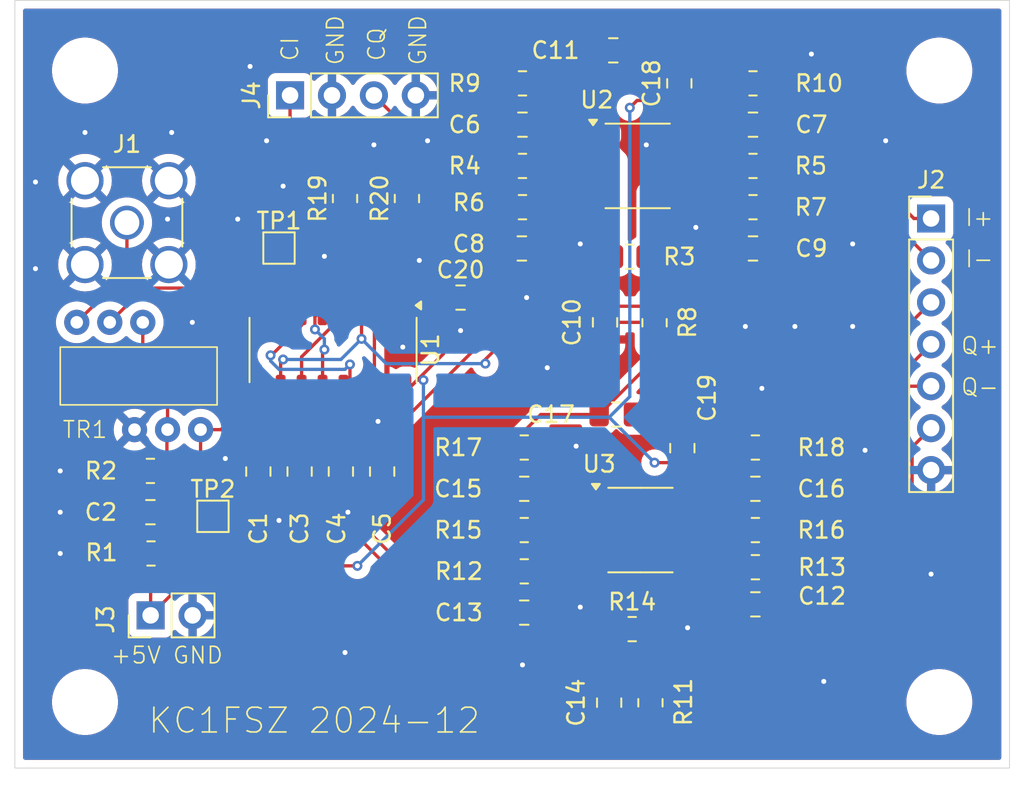
<source format=kicad_pcb>
(kicad_pcb (version 20240108) (generator "pcbnew") (generator_version "8.0")
  (layers (0 "F.Cu" signal) (31 "B.Cu" signal) (34 "B.Paste" user) (35 "F.Paste" user) (36 "B.SilkS" user "B.Silkscreen") (37 "F.SilkS" user "F.Silkscreen") (38 "B.Mask" user) (39 "F.Mask" user) (44 "Edge.Cuts" user))
  (net 0 "")
  (net 1 "Net-(U1-1B4)")
  (net 2 "GND")
  (net 3 "Net-(C2-Pad1)")
  (net 4 "Net-(U1-1B3)")
  (net 5 "Net-(U1-1B2)")
  (net 6 "Net-(U1-1B1)")
  (net 7 "Net-(U2A--)")
  (net 8 "Net-(C6-Pad2)")
  (net 9 "Net-(C7-Pad2)")
  (net 10 "Net-(U2B--)")
  (net 11 "Net-(U2A-+)")
  (net 12 "Net-(U2B-+)")
  (net 13 "Net-(C10-Pad2)")
  (net 14 "I_PLUS")
  (net 15 "I_MINUS")
  (net 16 "Net-(U3B-+)")
  (net 17 "Net-(U3A-+)")
  (net 18 "Net-(C14-Pad2)")
  (net 19 "Net-(U3A--)")
  (net 20 "Net-(C15-Pad2)")
  (net 21 "Net-(U3B--)")
  (net 22 "Net-(C16-Pad2)")
  (net 23 "Q_MINUS")
  (net 24 "Q_PLUS")
  (net 25 "+5V")
  (net 26 "Net-(J1-In)")
  (net 27 "VCOML")
  (net 28 "VCOMR")
  (net 29 "CLK_I")
  (net 30 "CLK_Q")
  (net 31 "Net-(U1-2A)")
  (net 32 "Net-(U1-1A)")
  (net 33 "Net-(J4-Pin_1)")
  (net 34 "Net-(J4-Pin_3)")
  (footprint "Resistor_SMD:R_0805_2012Metric_Pad1.20x1.40mm_HandSolder" (layer "F.Cu") (at 158.5 82.525 90)
    (property "Reference" "R8")
    (property "Value" "100k")
  )
  (footprint "MountingHole:MountingHole_3.5mm" (layer "F.Cu") (at 175.75 105.5)
    (property "Reference" "H4" (hide yes))
    (property "Value" "MountingHole")
  )
  (footprint "Package_SO:SOIC-16_3.9x9.9mm_P1.27mm" (layer "F.Cu") (at 139.025 84.175 -90)
    (property "Reference" "U1")
    (property "Value" "SN74CBT3253")
  )
  (footprint "Package_SO:SOIC-8_3.9x4.9mm_P1.27mm" (layer "F.Cu") (at 157.475 73.025)
    (property "Reference" "U2")
    (property "Value" "LM4562")
  )
  (footprint "Capacitor_SMD:C_0805_2012Metric_Pad1.18x1.45mm_HandSolder" (layer "F.Cu") (at 164.4625 78.025 180)
    (property "Reference" "C9")
    (property "Value" "0.1u")
  )
  (footprint "Resistor_SMD:R_0805_2012Metric_Pad1.20x1.40mm_HandSolder" (layer "F.Cu") (at 157 78.525)
    (property "Reference" "R3")
    (property "Value" "100")
  )
  (footprint "Resistor_SMD:R_0805_2012Metric_Pad1.20x1.40mm_HandSolder" (layer "F.Cu") (at 150.5 75.525 180)
    (property "Reference" "R6")
    (property "Value" "470k")
  )
  (footprint "MountingHole:MountingHole_3.5mm" (layer "F.Cu") (at 175.75 67.25)
    (property "Reference" "H3" (hide yes))
    (property "Value" "MountingHole")
  )
  (footprint "Capacitor_SMD:C_0805_2012Metric_Pad1.18x1.45mm_HandSolder" (layer "F.Cu") (at 156.182628 88.082628 180)
    (property "Reference" "C17")
    (property "Value" "10n")
  )
  (footprint "Capacitor_SMD:C_0805_2012Metric_Pad1.18x1.45mm_HandSolder" (layer "F.Cu") (at 142 91.5375 -90)
    (property "Reference" "C5")
    (property "Value" "33nF")
  )
  (footprint "Connector_PinHeader_2.54mm:PinHeader_1x07_P2.54mm_Vertical" (layer "F.Cu") (at 175.25 76.21)
    (property "Reference" "J2")
    (property "Value" "Conn_01x07")
  )
  (footprint "Capacitor_SMD:C_0805_2012Metric_Pad1.18x1.45mm_HandSolder" (layer "F.Cu") (at 127.9625 94 180)
    (property "Reference" "C2")
    (property "Value" "2.2u")
  )
  (footprint "bruce-footprints:FT37-43 Trifilar" (layer "F.Cu") (at 127.5 85.5)
    (property "Reference" "TR1")
    (property "Value" "Trifilar FT37-43")
  )
  (footprint "Capacitor_SMD:C_0805_2012Metric_Pad1.18x1.45mm_HandSolder" (layer "F.Cu") (at 146.75 81)
    (property "Reference" "C20")
    (property "Value" "0.1u")
  )
  (footprint "Capacitor_SMD:C_0805_2012Metric_Pad1.18x1.45mm_HandSolder" (layer "F.Cu") (at 150.5 70.525)
    (property "Reference" "C6")
    (property "Value" "4.7n")
  )
  (footprint "Capacitor_SMD:C_0805_2012Metric_Pad1.18x1.45mm_HandSolder" (layer "F.Cu") (at 164.607628 99.582628 180)
    (property "Reference" "C12")
    (property "Value" "0.1u")
  )
  (footprint "MountingHole:MountingHole_3.5mm" (layer "F.Cu") (at 124 67.25)
    (property "Reference" "H1" (hide yes))
    (property "Value" "MountingHole")
  )
  (footprint "Capacitor_SMD:C_0805_2012Metric_Pad1.18x1.45mm_HandSolder" (layer "F.Cu") (at 155.5 82.5 90)
    (property "Reference" "C10")
    (property "Value" "10u")
  )
  (footprint "Capacitor_SMD:C_0805_2012Metric_Pad1.18x1.45mm_HandSolder" (layer "F.Cu") (at 160.182628 90.120128 90)
    (property "Reference" "C19")
    (property "Value" "0.1u")
  )
  (footprint "Connector_Coaxial:SMA_Amphenol_901-144_Vertical" (layer "F.Cu") (at 126.54 76.46)
    (property "Reference" "J1")
    (property "Value" "Conn_Coaxial")
  )
  (footprint "Package_SO:SOIC-8_3.9x4.9mm_P1.27mm" (layer "F.Cu") (at 157.645128 95.082628)
    (property "Reference" "U3")
    (property "Value" "LM4562")
  )
  (footprint "Connector_PinHeader_2.54mm:PinHeader_1x04_P2.54mm_Vertical" (layer "F.Cu") (at 136.42 68.75 90)
    (property "Reference" "J4")
    (property "Value" "Clock")
  )
  (footprint "Capacitor_SMD:C_0805_2012Metric_Pad1.18x1.45mm_HandSolder" (layer "F.Cu") (at 160 68.025 90)
    (property "Reference" "C18")
    (property "Value" "0.1u")
  )
  (footprint "Capacitor_SMD:C_0805_2012Metric_Pad1.18x1.45mm_HandSolder" (layer "F.Cu") (at 155.75 105.5375 90)
    (property "Reference" "C14")
    (property "Value" "10u")
  )
  (footprint "Capacitor_SMD:C_0805_2012Metric_Pad1.18x1.45mm_HandSolder" (layer "F.Cu") (at 150.607628 92.582628)
    (property "Reference" "C15")
    (property "Value" "4.7n")
  )
  (footprint "Resistor_SMD:R_0805_2012Metric_Pad1.20x1.40mm_HandSolder" (layer "F.Cu") (at 158.25 105.545128 90)
    (property "Reference" "R11")
    (property "Value" "100k")
  )
  (footprint "Resistor_SMD:R_0805_2012Metric_Pad1.20x1.40mm_HandSolder" (layer "F.Cu") (at 139.75 75 90)
    (property "Reference" "R19")
    (property "Value" "47")
  )
  (footprint "Resistor_SMD:R_0805_2012Metric_Pad1.20x1.40mm_HandSolder" (layer "F.Cu") (at 164.4625 73.025)
    (property "Reference" "R5")
    (property "Value" "470")
  )
  (footprint "Resistor_SMD:R_0805_2012Metric_Pad1.20x1.40mm_HandSolder" (layer "F.Cu") (at 127.9625 91.5 180)
    (property "Reference" "R2")
    (property "Value" "10k")
  )
  (footprint "Capacitor_SMD:C_0805_2012Metric_Pad1.18x1.45mm_HandSolder" (layer "F.Cu") (at 150.4625 78.025)
    (property "Reference" "C8")
    (property "Value" "0.1u")
  )
  (footprint "Resistor_SMD:R_0805_2012Metric_Pad1.20x1.40mm_HandSolder" (layer "F.Cu") (at 150.5 68.025 180)
    (property "Reference" "R9")
    (property "Value" "47")
  )
  (footprint "Resistor_SMD:R_0805_2012Metric_Pad1.20x1.40mm_HandSolder" (layer "F.Cu") (at 150.607628 95.082628 180)
    (property "Reference" "R15")
    (property "Value" "470")
  )
  (footprint "TestPoint:TestPoint_Pad_1.5x1.5mm" (layer "F.Cu") (at 131.75 94.25)
    (property "Reference" "TP2")
    (property "Value" "TestPoint")
  )
  (footprint "Capacitor_SMD:C_0805_2012Metric_Pad1.18x1.45mm_HandSolder" (layer "F.Cu") (at 134.5 91.5375 -90)
    (property "Reference" "C1")
    (property "Value" "33nF")
  )
  (footprint "TestPoint:TestPoint_Pad_1.5x1.5mm" (layer "F.Cu") (at 135.75 78)
    (property "Reference" "TP1")
    (property "Value" "TestPoint")
  )
  (footprint "Resistor_SMD:R_0805_2012Metric_Pad1.20x1.40mm_HandSolder" (layer "F.Cu") (at 164.607628 95.082628)
    (property "Reference" "R16")
    (property "Value" "470")
  )
  (footprint "Capacitor_SMD:C_0805_2012Metric_Pad1.18x1.45mm_HandSolder" (layer "F.Cu") (at 164.607628 92.582628 180)
    (property "Reference" "C16")
    (property "Value" "4.7n")
  )
  (footprint "Resistor_SMD:R_0805_2012Metric_Pad1.20x1.40mm_HandSolder" (layer "F.Cu") (at 164.607628 90.082628)
    (property "Reference" "R18")
    (property "Value" "47")
  )
  (footprint "Capacitor_SMD:C_0805_2012Metric_Pad1.18x1.45mm_HandSolder" (layer "F.Cu") (at 150.607628 100.082628)
    (property "Reference" "C13")
    (property "Value" "0.1u")
  )
  (footprint "MountingHole:MountingHole_3.5mm" (layer "F.Cu") (at 124 105.5)
    (property "Reference" "H2" (hide yes))
    (property "Value" "MountingHole")
  )
  (footprint "Capacitor_SMD:C_0805_2012Metric_Pad1.18x1.45mm_HandSolder" (layer "F.Cu") (at 164.4625 70.525 180)
    (property "Reference" "C7")
    (property "Value" "4.7n")
  )
  (footprint "Resistor_SMD:R_0805_2012Metric_Pad1.20x1.40mm_HandSolder" (layer "F.Cu") (at 128 96.5)
    (property "Reference" "R1")
    (property "Value" "10k")
  )
  (footprint "Resistor_SMD:R_0805_2012Metric_Pad1.20x1.40mm_HandSolder" (layer "F.Cu") (at 164.4625 75.525 180)
    (property "Reference" "R7")
    (property "Value" "470k")
  )
  (footprint "Resistor_SMD:R_0805_2012Metric_Pad1.20x1.40mm_HandSolder" (layer "F.Cu") (at 164.4625 68.025)
    (property "Reference" "R10")
    (property "Value" "47")
  )
  (footprint "Connector_PinHeader_2.54mm:PinHeader_1x02_P2.54mm_Vertical" (layer "F.Cu") (at 127.975 100.25 90)
    (property "Reference" "J3")
    (property "Value" "Power")
  )
  (footprint "Resistor_SMD:R_0805_2012Metric_Pad1.20x1.40mm_HandSolder" (layer "F.Cu") (at 143.5 75 90)
    (property "Reference" "R20")
    (property "Value" "47")
  )
  (footprint "Resistor_SMD:R_0805_2012Metric_Pad1.20x1.40mm_HandSolder" (layer "F.Cu") (at 150.5 73.025 180)
    (property "Reference" "R4")
    (property "Value" "470")
  )
  (footprint "Resistor_SMD:R_0805_2012Metric_Pad1.20x1.40mm_HandSolder" (layer "F.Cu") (at 150.607628 97.582628 180)
    (property "Reference" "R12")
    (property "Value" "470k")
  )
  (footprint "Resistor_SMD:R_0805_2012Metric_Pad1.20x1.40mm_HandSolder" (layer "F.Cu") (at 164.607628 97.332628 180)
    (property "Reference" "R13")
    (property "Value" "470k")
  )
  (footprint "Resistor_SMD:R_0805_2012Metric_Pad1.20x1.40mm_HandSolder" (layer "F.Cu") (at 150.607628 90.082628 180)
    (property "Reference" "R17")
    (property "Value" "47")
  )
  (footprint "Capacitor_SMD:C_0805_2012Metric_Pad1.18x1.45mm_HandSolder" (layer "F.Cu") (at 156 66.025 180)
    (property "Reference" "C11")
    (property "Value" "10n")
  )
  (footprint "Capacitor_SMD:C_0805_2012Metric_Pad1.18x1.45mm_HandSolder" (layer "F.Cu") (at 139.5 91.5375 -90)
    (property "Reference" "C4")
    (property "Value" "33nF")
  )
  (footprint "Resistor_SMD:R_0805_2012Metric_Pad1.20x1.40mm_HandSolder" (layer "F.Cu") (at 157.145128 101.082628)
    (property "Reference" "R14")
    (property "Value" "100")
  )
  (footprint "Capacitor_SMD:C_0805_2012Metric_Pad1.18x1.45mm_HandSolder" (layer "F.Cu") (at 137 91.5375 -90)
    (property "Reference" "C3")
    (property "Value" "33nF")
  )
  (gr_rect (start 119.75 63) (end 180 109.5) (stroke (width 0.05)) (fill none) (layer "Edge.Cuts"))
  (gr_text "GND" (at 129.25 103.25 0) (layer "F.SilkS") (effects (font (size 1 1) (thickness 0.1)) (justify left bottom)))
  (gr_text "CQ" (at 142.25 66.75 90) (layer "F.SilkS") (effects (font (size 1 1) (thickness 0.1)) (justify left bottom)))
  (gr_text "GND" (at 139.75 67 90) (layer "F.SilkS") (effects (font (size 1 1) (thickness 0.1)) (justify left bottom)))
  (gr_text "KC1FSZ 2024-12" (at 127.75 107.5 0) (layer "F.SilkS") (effects (font (size 1.5 1.5) (thickness 0.1)) (justify left bottom)))
  (gr_text "I-" (at 177.25 79.25 0) (layer "F.SilkS") (effects (font (size 1 1) (thickness 0.1)) (justify left bottom)))
  (gr_text "CI" (at 137 66.75 90) (layer "F.SilkS") (effects (font (size 1 1) (thickness 0.1)) (justify left bottom)))
  (gr_text "Q-" (at 177 87 0) (layer "F.SilkS") (effects (font (size 1 1) (thickness 0.1)) (justify left bottom)))
  (gr_text "+5V" (at 125.5 103.25 0) (layer "F.SilkS") (effects (font (size 1 1) (thickness 0.1)) (justify left bottom)))
  (gr_text "I+" (at 177.25 76.75 0) (layer "F.SilkS") (effects (font (size 1 1) (thickness 0.1)) (justify left bottom)))
  (gr_text "Q+" (at 177 84.5 0) (layer "F.SilkS") (effects (font (size 1 1) (thickness 0.1)) (justify left bottom)))
  (gr_text "GND" (at 144.75 67 90) (layer "F.SilkS") (effects (font (size 1 1) (thickness 0.1)) (justify left bottom)))
  (segment (start 140.75 83.5) (end 140.75 81.88) (width 0.2) (layer "F.Cu") (net 1))
  (segment (start 165.5 78.025) (end 165.5 78.159744) (width 0.2) (layer "F.Cu") (net 1))
  (segment (start 135.85 84.9) (end 136 84.75) (width 0.2) (layer "F.Cu") (net 1))
  (segment (start 148.25 85) (end 148.25 84.75) (width 0.2) (layer "F.Cu") (net 1))
  (segment (start 140.75 81.88) (end 140.93 81.7) (width 0.2) (layer "F.Cu") (net 1))
  (segment (start 134.5 90.5) (end 135.85 89.15) (width 0.2) (layer "F.Cu") (net 1))
  (segment (start 135.85 86.65) (end 135.85 84.9) (width 0.2) (layer "F.Cu") (net 1))
  (segment (start 165.5 78.159744) (end 161.159744 82.5) (width 0.2) (layer "F.Cu") (net 1))
  (segment (start 151.5 82.75) (end 150.25 82.75) (width 0.2) (layer "F.Cu") (net 1))
  (segment (start 135.85 89.15) (end 135.85 86.65) (width 0.2) (layer "F.Cu") (net 1))
  (segment (start 148.25 84.75) (end 150.25 82.75) (width 0.2) (layer "F.Cu") (net 1))
  (segment (start 161.159744 82.5) (end 151.75 82.5) (width 0.2) (layer "F.Cu") (net 1))
  (segment (start 151.75 82.5) (end 151.5 82.75) (width 0.2) (layer "F.Cu") (net 1))
  (via (at 140.75 83.5) (size 0.6) (drill 0.3) (layers "F.Cu" "B.Cu") (net 1))
  (via (at 148.25 85) (size 0.6) (drill 0.3) (layers "F.Cu" "B.Cu") (net 1))
  (via (at 136 84.75) (size 0.6) (drill 0.3) (layers "F.Cu" "B.Cu") (net 1))
  (segment (start 142.25 85) (end 140.75 83.5) (width 0.2) (layer "B.Cu") (net 1))
  (segment (start 148.25 85) (end 142.25 85) (width 0.2) (layer "B.Cu") (net 1))
  (segment (start 136 84.75) (end 139.5 84.75) (width 0.2) (layer "B.Cu") (net 1))
  (segment (start 139.5 84.75) (end 140.75 83.5) (width 0.2) (layer "B.Cu") (net 1))
  (segment (start 139.5 93.575) (end 139.925 94) (width 0.2) (layer "F.Cu") (net 2))
  (segment (start 139.5 92.575) (end 139.5 93.575) (width 0.2) (layer "F.Cu") (net 2))
  (via (at 139.925 94) (size 0.6) (drill 0.3) (layers "F.Cu" "B.Cu") (net 2))
  (via (at 129 76.25) (size 0.6) (drill 0.3) (layers "F.Cu" "B.Cu") (net 2))
  (via (at 122.5 96.5) (size 0.6) (drill 0.3) (layers "F.Cu" "B.Cu") (net 2))
  (via (at 154 77.75) (size 0.6) (drill 0.3) (layers "F.Cu" "B.Cu") (net 2))
  (via (at 121 74) (size 0.6) (drill 0.3) (layers "F.Cu" "B.Cu") (net 2))
  (via (at 171.25 90.25) (size 0.6) (drill 0.3) (layers "F.Cu" "B.Cu") (net 2))
  (via (at 170.5 77.75) (size 0.6) (drill 0.3) (layers "F.Cu" "B.Cu") (net 2))
  (via (at 144.75 71.5) (size 0.6) (drill 0.3) (layers "F.Cu" "B.Cu") (net 2))
  (via (at 143.25 84) (size 0.6) (drill 0.3) (layers "F.Cu" "B.Cu") (net 2))
  (via (at 146.75 83) (size 0.6) (drill 0.3) (layers "F.Cu" "B.Cu") (net 2))
  (via (at 168.75 104.25) (size 0.6) (drill 0.3) (layers "F.Cu" "B.Cu") (net 2))
  (via (at 165 86.5) (size 0.6) (drill 0.3) (layers "F.Cu" "B.Cu") (net 2))
  (via (at 129.25 71) (size 0.6) (drill 0.3) (layers "F.Cu" "B.Cu") (net 2))
  (via (at 141.5 71.75) (size 0.6) (drill 0.3) (layers "F.Cu" "B.Cu") (net 2))
  (via (at 135 71.5) (size 0.6) (drill 0.3) (layers "F.Cu" "B.Cu") (net 2))
  (via (at 144.25 78.75) (size 0.6) (drill 0.3) (layers "F.Cu" "B.Cu") (net 2))
  (via (at 168 66.25) (size 0.6) (drill 0.3) (layers "F.Cu" "B.Cu") (net 2))
  (via (at 153.75 90) (size 0.6) (drill 0.3) (layers "F.Cu" "B.Cu") (net 2))
  (via (at 122.5 91.5) (size 0.6) (drill 0.3) (layers "F.Cu" "B.Cu") (net 2))
  (via (at 133.25 76.25) (size 0.6) (drill 0.3) (layers "F.Cu" "B.Cu") (net 2))
  (via (at 154 99.75) (size 0.6) (drill 0.3) (layers "F.Cu" "B.Cu") (net 2))
  (via (at 132.5 90.75) (size 0.6) (drill 0.3) (layers "F.Cu" "B.Cu") (net 2))
  (via (at 167 82.75) (size 0.6) (drill 0.3) (layers "F.Cu" "B.Cu") (net 2))
  (via (at 135.75 94.5) (size 0.6) (drill 0.3) (layers "F.Cu" "B.Cu") (net 2))
  (via (at 134 67) (size 0.6) (drill 0.3) (layers "F.Cu" "B.Cu") (net 2))
  (via (at 141.75 88.5) (size 0.6) (drill 0.3) (layers "F.Cu" "B.Cu") (net 2))
  (via (at 138.5 78.5) (size 0.6) (drill 0.3) (layers "F.Cu" "B.Cu") (net 2))
  (via (at 122.5 94) (size 0.6) (drill 0.3) (layers "F.Cu" "B.Cu") (net 2))
  (via (at 175.25 97.75) (size 0.6) (drill 0.3) (layers "F.Cu" "B.Cu") (net 2))
  (via (at 158 71.75) (size 0.6) (drill 0.3) (layers "F.Cu" "B.Cu") (net 2))
  (via (at 164 82.75) (size 0.6) (drill 0.3) (layers "F.Cu" "B.Cu") (net 2))
  (via (at 124 71) (size 0.6) (drill 0.3) (layers "F.Cu" "B.Cu") (net 2))
  (via (at 150.75 81) (size 0.6) (drill 0.3) (layers "F.Cu" "B.Cu") (net 2))
  (via (at 152 85.25) (size 0.6) (drill 0.3) (layers "F.Cu" "B.Cu") (net 2))
  (via (at 136 74.25) (size 0.6) (drill 0.3) (layers "F.Cu" "B.Cu") (net 2))
  (via (at 130.5 82.5) (size 0.6) (drill 0.3) (layers "F.Cu" "B.Cu") (net 2))
  (via (at 172.5 71.5) (size 0.6) (drill 0.3) (layers "F.Cu" "B.Cu") (net 2))
  (via (at 121 79.25) (size 0.6) (drill 0.3) (layers "F.Cu" "B.Cu") (net 2))
  (via (at 161 76.75) (size 0.6) (drill 0.3) (layers "F.Cu" "B.Cu") (net 2))
  (via (at 160.5 101) (size 0.6) (drill 0.3) (layers "F.Cu" "B.Cu") (net 2))
  (via (at 170.5 82.75) (size 0.6) (drill 0.3) (layers "F.Cu" "B.Cu") (net 2))
  (via (at 139.75 102.5) (size 0.6) (drill 0.3) (layers "F.Cu" "B.Cu") (net 2))
  (via (at 150.5 103.25) (size 0.6) (drill 0.3) (layers "F.Cu" "B.Cu") (net 2))
  (segment (start 128.5 86) (end 129 86.5) (width 0.2) (layer "F.Cu") (net 3))
  (segment (start 129 94) (end 129 91.5375) (width 0.2) (layer "F.Cu") (net 3))
  (segment (start 129 96.5) (end 129 94) (width 0.2) (layer "F.Cu") (net 3))
  (segment (start 129 91.5375) (end 128.9625 91.5) (width 0.2) (layer "F.Cu") (net 3))
  (segment (start 129 86.5) (end 129 89) (width 0.2) (layer "F.Cu") (net 3))
  (segment (start 128.9625 89.0375) (end 129 89) (width 0.2) (layer "F.Cu") (net 3))
  (segment (start 127.5 82.5) (end 127.5 84.5) (width 0.2) (layer "F.Cu") (net 3))
  (segment (start 128.9625 91.5) (end 128.9625 89.0375) (width 0.2) (layer "F.Cu") (net 3))
  (segment (start 127.5 84.5) (end 128.5 85.5) (width 0.2) (layer "F.Cu") (net 3))
  (segment (start 128.5 85.5) (end 128.5 86) (width 0.2) (layer "F.Cu") (net 3))
  (segment (start 138.025 93) (end 138.025 91.525) (width 0.2) (layer "F.Cu") (net 4))
  (segment (start 137 90.5) (end 137 86.77) (width 0.2) (layer "F.Cu") (net 4))
  (segment (start 139.66 82.045552) (end 139.66 81.7) (width 0.2) (layer "F.Cu") (net 4))
  (segment (start 138.025 91.525) (end 137 90.5) (width 0.2) (layer "F.Cu") (net 4))
  (segment (start 150.525 105.5) (end 138.025 93) (width 0.2) (layer "F.Cu") (net 4))
  (segment (start 137 86.77) (end 137.12 86.65) (width 0.2) (layer "F.Cu") (net 4))
  (segment (start 137.12 86.65) (end 137.12 84.585552) (width 0.2) (layer "F.Cu") (net 4))
  (segment (start 160.452756 105.5) (end 150.525 105.5) (width 0.2) (layer "F.Cu") (net 4))
  (segment (start 137.12 84.585552) (end 139.66 82.045552) (width 0.2) (layer "F.Cu") (net 4))
  (segment (start 165.645128 100.307628) (end 160.452756 105.5) (width 0.2) (layer "F.Cu") (net 4))
  (segment (start 165.645128 99.582628) (end 165.645128 100.307628) (width 0.2) (layer "F.Cu") (net 4))
  (segment (start 140.525 91.525) (end 139.5 90.5) (width 0.2) (layer "F.Cu") (net 5))
  (segment (start 146.082628 100.082628) (end 140.5 94.5) (width 0.2) (layer "F.Cu") (net 5))
  (segment (start 149.570128 100.082628) (end 146.082628 100.082628) (width 0.2) (layer "F.Cu") (net 5))
  (segment (start 139.5 90.5) (end 138.39 89.39) (width 0.2) (layer "F.Cu") (net 5))
  (segment (start 140.525 94.475) (end 140.525 91.525) (width 0.2) (layer "F.Cu") (net 5))
  (segment (start 140.5 94.5) (end 140.525 94.475) (width 0.2) (layer "F.Cu") (net 5))
  (segment (start 138.39 84.26) (end 138.5 84.15) (width 0.2) (layer "F.Cu") (net 5))
  (segment (start 138.39 86.65) (end 138.39 84.26) (width 0.2) (layer "F.Cu") (net 5))
  (segment (start 138.39 89.39) (end 138.39 86.65) (width 0.2) (layer "F.Cu") (net 5))
  (segment (start 137.928511 82.161489) (end 138.39 81.7) (width 0.2) (layer "F.Cu") (net 5))
  (segment (start 137.928511 82.928511) (end 137.928511 82.161489) (width 0.2) (layer "F.Cu") (net 5))
  (via (at 138.5 84.15) (size 0.6) (drill 0.3) (layers "F.Cu" "B.Cu") (net 5))
  (via (at 137.928511 82.928511) (size 0.6) (drill 0.3) (layers "F.Cu" "B.Cu") (net 5))
  (segment (start 138.5 84.15) (end 138.5 83.5) (width 0.2) (layer "B.Cu") (net 5))
  (segment (start 138.5 83.5) (end 137.928511 82.928511) (width 0.2) (layer "B.Cu") (net 5))
  (segment (start 135.297982 84.497017) (end 135.241051 84.497017) (width 0.2) (layer "F.Cu") (net 6))
  (segment (start 140.049265 86.260735) (end 139.66 86.65) (width 0.2) (layer "F.Cu") (net 6))
  (segment (start 140.049265 85.049265) (end 140.049265 86.260735) (width 0.2) (layer "F.Cu") (net 6))
  (segment (start 149.425 78.025) (end 149.425 82.310552) (width 0.2) (layer "F.Cu") (net 6))
  (segment (start 137.12 81.7) (end 137.12 82.674999) (width 0.2) (layer "F.Cu") (net 6))
  (segment (start 142 89.735552) (end 142 90.5) (width 0.2) (layer "F.Cu") (net 6))
  (segment (start 139.66 88.16) (end 139.66 86.65) (width 0.2) (layer "F.Cu") (net 6))
  (segment (start 149.425 82.310552) (end 142 89.735552) (width 0.2) (layer "F.Cu") (net 6))
  (segment (start 137.12 82.674999) (end 135.297982 84.497017) (width 0.2) (layer "F.Cu") (net 6))
  (segment (start 142 90.5) (end 139.66 88.16) (width 0.2) (layer "F.Cu") (net 6))
  (via (at 140.049265 85.049265) (size 0.6) (drill 0.3) (layers "F.Cu" "B.Cu") (net 6))
  (via (at 135.241051 84.497017) (size 0.6) (drill 0.3) (layers "F.Cu" "B.Cu") (net 6))
  (segment (start 135.241051 84.83958) (end 135.751471 85.35) (width 0.2) (layer "B.Cu") (net 6))
  (segment (start 135.751471 85.35) (end 139.74853 85.35) (width 0.2) (layer "B.Cu") (net 6))
  (segment (start 139.74853 85.35) (end 140.049265 85.049265) (width 0.2) (layer "B.Cu") (net 6))
  (segment (start 135.241051 84.497017) (end 135.241051 84.83958) (width 0.2) (layer "B.Cu") (net 6))
  (segment (start 156 78.525) (end 156.275 78.25) (width 0.2) (layer "F.Cu") (net 7))
  (segment (start 149.4625 70.525) (end 151.5 72.5625) (width 0.2) (layer "F.Cu") (net 7))
  (segment (start 151.5 73.025) (end 154.365 73.025) (width 0.2) (layer "F.Cu") (net 7))
  (segment (start 154.365 73.025) (end 155 72.39) (width 0.2) (layer "F.Cu") (net 7))
  (segment (start 156.275 72.690001) (end 155.974999 72.39) (width 0.2) (layer "F.Cu") (net 7))
  (segment (start 156.275 78.25) (end 156.275 72.690001) (width 0.2) (layer "F.Cu") (net 7))
  (segment (start 151.5 72.5625) (end 151.5 73.025) (width 0.2) (layer "F.Cu") (net 7))
  (segment (start 155.974999 72.39) (end 155 72.39) (width 0.2) (layer "F.Cu") (net 7))
  (segment (start 151.5375 68.5625) (end 151.5375 70.525) (width 0.2) (layer "F.Cu") (net 8))
  (segment (start 151.5 68.525) (end 151.5375 68.5625) (width 0.2) (layer "F.Cu") (net 8))
  (segment (start 154.405 70.525) (end 155 71.12) (width 0.2) (layer "F.Cu") (net 8))
  (segment (start 151.5 68.025) (end 151.5 68.525) (width 0.2) (layer "F.Cu") (net 8))
  (segment (start 151.5375 70.525) (end 154.405 70.525) (width 0.2) (layer "F.Cu") (net 8))
  (segment (start 163.425 70.525) (end 163.425 68.0625) (width 0.2) (layer "F.Cu") (net 9))
  (segment (start 163.425 68.0625) (end 163.4625 68.025) (width 0.2) (layer "F.Cu") (net 9))
  (segment (start 159.95 72.39) (end 161.56 72.39) (width 0.2) (layer "F.Cu") (net 9))
  (segment (start 161.56 72.39) (end 163.425 70.525) (width 0.2) (layer "F.Cu") (net 9))
  (segment (start 158 78.525) (end 158 74.635001) (width 0.2) (layer "F.Cu") (net 10))
  (segment (start 163.4625 72.5625) (end 163.4625 73.025) (width 0.2) (layer "F.Cu") (net 10))
  (segment (start 158.975001 73.66) (end 159.95 73.66) (width 0.2) (layer "F.Cu") (net 10))
  (segment (start 163.4625 73.025) (end 160.585 73.025) (width 0.2) (layer "F.Cu") (net 10))
  (segment (start 158 74.635001) (end 158.975001 73.66) (width 0.2) (layer "F.Cu") (net 10))
  (segment (start 165.5 70.525) (end 163.4625 72.5625) (width 0.2) (layer "F.Cu") (net 10))
  (segment (start 160.585 73.025) (end 159.95 73.66) (width 0.2) (layer "F.Cu") (net 10))
  (segment (start 151.5 75.525) (end 151.5 78.025) (width 0.2) (layer "F.Cu") (net 11))
  (segment (start 151.5 75.525) (end 153.365 73.66) (width 0.2) (layer "F.Cu") (net 11))
  (segment (start 153.365 73.66) (end 155 73.66) (width 0.2) (layer "F.Cu") (net 11))
  (segment (start 163.425 76.025) (end 163.425 78.025) (width 0.2) (layer "F.Cu") (net 12))
  (segment (start 162.8675 74.93) (end 163.4625 75.525) (width 0.2) (layer "F.Cu") (net 12))
  (segment (start 159.95 74.93) (end 162.8675 74.93) (width 0.2) (layer "F.Cu") (net 12))
  (segment (start 163.4625 75.9875) (end 163.425 76.025) (width 0.2) (layer "F.Cu") (net 12))
  (segment (start 163.4625 75.525) (end 163.4625 75.9875) (width 0.2) (layer "F.Cu") (net 12))
  (segment (start 150.5 78.622244) (end 150.5 76.525) (width 0.2) (layer "F.Cu") (net 13))
  (segment (start 161.522244 81.525) (end 164.5 78.547244) (width 0.2) (layer "F.Cu") (net 13))
  (segment (start 158.5 81.525) (end 161.522244 81.525) (width 0.2) (layer "F.Cu") (net 13))
  (segment (start 150.5 76.525) (end 149.5 75.525) (width 0.2) (layer "F.Cu") (net 13))
  (segment (start 153.402756 81.525) (end 153.465256 81.4625) (width 0.2) (layer "F.Cu") (net 13))
  (segment (start 155.775 81.525) (end 158.5 81.525) (width 0.2) (layer "F.Cu") (net 13))
  (segment (start 153.402756 81.525) (end 150.5 78.622244) (width 0.2) (layer "F.Cu") (net 13))
  (segment (start 155.5 81.4625) (end 155.7125 81.4625) (width 0.2) (layer "F.Cu") (net 13))
  (segment (start 155.7125 81.4625) (end 155.775 81.525) (width 0.2) (layer "F.Cu") (net 13))
  (segment (start 164.5 78.547244) (end 164.5 76.4875) (width 0.2) (layer "F.Cu") (net 13))
  (segment (start 153.465256 81.4625) (end 155.5 81.4625) (width 0.2) (layer "F.Cu") (net 13))
  (segment (start 164.5 76.4875) (end 165.4625 75.525) (width 0.2) (layer "F.Cu") (net 13))
  (segment (start 174.21 76.21) (end 169.75 71.75) (width 0.2) (layer "F.Cu") (net 14))
  (segment (start 149.5 68.025) (end 151.5 66.025) (width 0.2) (layer "F.Cu") (net 14))
  (segment (start 169.5 65) (end 155.9875 65) (width 0.2) (layer "F.Cu") (net 14))
  (segment (start 151.5 66.025) (end 154.9625 66.025) (width 0.2) (layer "F.Cu") (net 14))
  (segment (start 155.9875 65) (end 154.9625 66.025) (width 0.2) (layer "F.Cu") (net 14))
  (segment (start 148.575 72.1) (end 148.575 68.95) (width 0.2) (layer "F.Cu") (net 14))
  (segment (start 169.75 71.75) (end 169.75 65.25) (width 0.2) (layer "F.Cu") (net 14))
  (segment (start 149.5 73.025) (end 148.575 72.1) (width 0.2) (layer "F.Cu") (net 14))
  (segment (start 169.75 65.25) (end 169.5 65) (width 0.2) (layer "F.Cu") (net 14))
  (segment (start 148.575 68.95) (end 149.5 68.025) (width 0.2) (layer "F.Cu") (net 14))
  (segment (start 175.25 76.21) (end 174.21 76.21) (width 0.2) (layer "F.Cu") (net 14))
  (segment (start 163.4625 66.025) (end 157.0375 66.025) (width 0.2) (layer "F.Cu") (net 15))
  (segment (start 169.525 73.025) (end 165.4625 73.025) (width 0.2) (layer "F.Cu") (net 15))
  (segment (start 165.4625 68.025) (end 163.4625 66.025) (width 0.2) (layer "F.Cu") (net 15))
  (segment (start 175.25 78.75) (end 169.525 73.025) (width 0.2) (layer "F.Cu") (net 15))
  (segment (start 166.3875 68.95) (end 166.3875 72.1) (width 0.2) (layer "F.Cu") (net 15))
  (segment (start 165.4625 68.025) (end 166.3875 68.95) (width 0.2) (layer "F.Cu") (net 15))
  (segment (start 166.3875 72.1) (end 165.4625 73.025) (width 0.2) (layer "F.Cu") (net 15))
  (segment (start 163.262628 96.987628) (end 163.607628 97.332628) (width 0.2) (layer "F.Cu") (net 16))
  (segment (start 163.607628 97.332628) (end 163.607628 99.545128) (width 0.2) (layer "F.Cu") (net 16))
  (segment (start 163.607628 99.545128) (end 163.570128 99.582628) (width 0.2) (layer "F.Cu") (net 16))
  (segment (start 160.120128 96.987628) (end 163.262628 96.987628) (width 0.2) (layer "F.Cu") (net 16))
  (segment (start 153.472628 95.717628) (end 151.607628 97.582628) (width 0.2) (layer "F.Cu") (net 17))
  (segment (start 151.645128 97.620128) (end 151.607628 97.582628) (width 0.2) (layer "F.Cu") (net 17))
  (segment (start 155.170128 95.717628) (end 153.472628 95.717628) (width 0.2) (layer "F.Cu") (net 17))
  (segment (start 151.645128 100.082628) (end 151.645128 97.620128) (width 0.2) (layer "F.Cu") (net 17))
  (segment (start 165.607628 97.332628) (end 164.757628 98.182628) (width 0.2) (layer "F.Cu") (net 18))
  (segment (start 160.204872 104.545128) (end 158.25 104.545128) (width 0.2) (layer "F.Cu") (net 18))
  (segment (start 158.204872 104.5) (end 158.25 104.545128) (width 0.2) (layer "F.Cu") (net 18))
  (segment (start 154.555512 104.5) (end 155.75 104.5) (width 0.2) (layer "F.Cu") (net 18))
  (segment (start 164.757628 99.992372) (end 160.204872 104.545128) (width 0.2) (layer "F.Cu") (net 18))
  (segment (start 150.457628 100.492372) (end 150.457628 98.432628) (width 0.2) (layer "F.Cu") (net 18))
  (segment (start 154.510384 104.545128) (end 154.555512 104.5) (width 0.2) (layer "F.Cu") (net 18))
  (segment (start 150.457628 98.432628) (end 149.607628 97.582628) (width 0.2) (layer "F.Cu") (net 18))
  (segment (start 154.510384 104.545128) (end 150.457628 100.492372) (width 0.2) (layer "F.Cu") (net 18))
  (segment (start 164.757628 98.182628) (end 164.757628 99.992372) (width 0.2) (layer "F.Cu") (net 18))
  (segment (start 155.75 104.5) (end 158.204872 104.5) (width 0.2) (layer "F.Cu") (net 18))
  (segment (start 151.607628 95.082628) (end 152.145128 95.082628) (width 0.2) (layer "F.Cu") (net 19))
  (segment (start 151.607628 94.620128) (end 151.607628 95.082628) (width 0.2) (layer "F.Cu") (net 19))
  (segment (start 155.305128 94.582628) (end 155.170128 94.447628) (width 0.2) (layer "F.Cu") (net 19))
  (segment (start 152.780128 94.447628) (end 155.170128 94.447628) (width 0.2) (layer "F.Cu") (net 19))
  (segment (start 157.145128 100.082628) (end 157.145128 94.582628) (width 0.2) (layer "F.Cu") (net 19))
  (segment (start 152.145128 95.082628) (end 152.780128 94.447628) (width 0.2) (layer "F.Cu") (net 19))
  (segment (start 156.145128 101.082628) (end 157.145128 100.082628) (width 0.2) (layer "F.Cu") (net 19))
  (segment (start 149.570128 92.582628) (end 151.607628 94.620128) (width 0.2) (layer "F.Cu") (net 19))
  (segment (start 157.145128 94.582628) (end 155.305128 94.582628) (width 0.2) (layer "F.Cu") (net 19))
  (segment (start 152.145128 92.582628) (end 152.740128 93.177628) (width 0.2) (layer "F.Cu") (net 20))
  (segment (start 151.645128 92.582628) (end 152.145128 92.582628) (width 0.2) (layer "F.Cu") (net 20))
  (segment (start 152.740128 93.177628) (end 155.170128 93.177628) (width 0.2) (layer "F.Cu") (net 20))
  (segment (start 151.645128 92.582628) (end 151.645128 90.120128) (width 0.2) (layer "F.Cu") (net 20))
  (segment (start 151.645128 90.120128) (end 151.607628 90.082628) (width 0.2) (layer "F.Cu") (net 20))
  (segment (start 160.755128 95.082628) (end 160.120128 95.717628) (width 0.2) (layer "F.Cu") (net 21))
  (segment (start 160.120128 95.717628) (end 159.145129 95.717628) (width 0.2) (layer "F.Cu") (net 21))
  (segment (start 165.145128 93.545128) (end 163.607628 95.082628) (width 0.2) (layer "F.Cu") (net 21))
  (segment (start 159.145129 95.717628) (end 158.145128 96.717629) (width 0.2) (layer "F.Cu") (net 21))
  (segment (start 165.645128 92.582628) (end 165.145128 93.082628) (width 0.2) (layer "F.Cu") (net 21))
  (segment (start 163.607628 95.082628) (end 160.755128 95.082628) (width 0.2) (layer "F.Cu") (net 21))
  (segment (start 165.145128 93.082628) (end 165.145128 93.545128) (width 0.2) (layer "F.Cu") (net 21))
  (segment (start 158.145128 96.717629) (end 158.145128 101.082628) (width 0.2) (layer "F.Cu") (net 21))
  (segment (start 161.705128 94.447628) (end 163.570128 92.582628) (width 0.2) (layer "F.Cu") (net 22))
  (segment (start 163.607628 92.120128) (end 163.607628 90.082628) (width 0.2) (layer "F.Cu") (net 22))
  (segment (start 160.120128 94.447628) (end 161.705128 94.447628) (width 0.2) (layer "F.Cu") (net 22))
  (segment (start 163.570128 92.582628) (end 163.570128 92.157628) (width 0.2) (layer "F.Cu") (net 22))
  (segment (start 163.570128 92.157628) (end 163.607628 92.120128) (width 0.2) (layer "F.Cu") (net 22))
  (segment (start 175.25 86.37) (end 169.320256 86.37) (width 0.2) (layer "F.Cu") (net 23))
  (segment (start 165.607628 90.082628) (end 166.532628 91.007628) (width 0.2) (layer "F.Cu") (net 23))
  (segment (start 169.320256 86.37) (end 165.607628 90.082628) (width 0.2) (layer "F.Cu") (net 23))
  (segment (start 166.532628 91.007628) (end 166.532628 94.157628) (width 0.2) (layer "F.Cu") (net 23))
  (segment (start 165.607628 90.082628) (end 163.607628 88.082628) (width 0.2) (layer "F.Cu") (net 23))
  (segment (start 163.607628 88.082628) (end 157.220128 88.082628) (width 0.2) (layer "F.Cu") (net 23))
  (segment (start 166.532628 94.157628) (end 165.607628 95.082628) (width 0.2) (layer "F.Cu") (net 23))
  (segment (start 151.607628 88.082628) (end 149.607628 90.082628) (width 0.2) (layer "F.Cu") (net 24))
  (segment (start 148.645128 91.045128) (end 148.645128 94.120128) (width 0.2) (layer "F.Cu") (net 24))
  (segment (start 174.23 84.85) (end 158.377756 84.85) (width 0.2) (layer "F.Cu") (net 24))
  (segment (start 158.377756 84.85) (end 155.145128 88.082628) (width 0.2) (layer "F.Cu") (net 24))
  (segment (start 155.145128 88.082628) (end 151.607628 88.082628) (width 0.2) (layer "F.Cu") (net 24))
  (segment (start 175.25 83.83) (end 174.23 84.85) (width 0.2) (layer "F.Cu") (net 24))
  (segment (start 148.645128 94.120128) (end 149.607628 95.082628) (width 0.2) (layer "F.Cu") (net 24))
  (segment (start 149.607628 90.082628) (end 148.645128 91.045128) (width 0.2) (layer "F.Cu") (net 24))
  (segment (start 159.95 69.1125) (end 160 69.0625) (width 0.2) (layer "F.Cu") (net 25))
  (segment (start 159.95 71.12) (end 159.95 69.1125) (width 0.2) (layer "F.Cu") (net 25))
  (segment (start 144.12 86) (end 143.47 86.65) (width 0.2) (layer "F.Cu") (net 25))
  (segment (start 130.975 97.25) (end 140.5 97.25) (width 0.2) (layer "F.Cu") (net 25))
  (segment (start 159.645128 91.157628) (end 159.645128 93.115128) (width 0.2) (layer "F.Cu") (net 25))
  (segment (start 160.025 91) (end 160.182628 91.157628) (width 0.2) (layer "F.Cu") (net 25))
  (segment (start 160 69.0625) (end 157.4375 69.0625) (width 0.2) (layer "F.Cu") (net 25))
  (segment (start 127.975 100.25) (end 127.975 97.475) (width 0.2) (layer "F.Cu") (net 25))
  (segment (start 145.7125 84.4075) (end 145.7125 81) (width 0.2) (layer "F.Cu") (net 25))
  (segment (start 158.5 91) (end 160.025 91) (width 0.2) (layer "F.Cu") (net 25))
  (segment (start 144.5 86) (end 144.12 86) (width 0.2) (layer "F.Cu") (net 25))
  (segment (start 127.975 97.475) (end 127 96.5) (width 0.2) (layer "F.Cu") (net 25))
  (segment (start 127.975 100.25) (end 130.975 97.25) (width 0.2) (layer "F.Cu") (net 25))
  (segment (start 157.4375 69.0625) (end 157 69.5) (width 0.2) (layer "F.Cu") (net 25))
  (segment (start 143.47 86.65) (end 145.7125 84.4075) (width 0.2) (layer "F.Cu") (net 25))
  (via (at 144.5 86) (size 0.6) (drill 0.3) (layers "F.Cu" "B.Cu") (net 25))
  (via (at 157 69.5) (size 0.6) (drill 0.3) (layers "F.Cu" "B.Cu") (net 25))
  (via (at 158.5 91) (size 0.6) (drill 0.3) (layers "F.Cu" "B.Cu") (net 25))
  (via (at 140.5 97.25) (size 0.6) (drill 0.3) (layers "F.Cu" "B.Cu") (net 25))
  (segment (start 144.5 88.25) (end 155.75 88.25) (width 0.2) (layer "B.Cu") (net 25))
  (segment (start 157 87) (end 155.75 88.25) (width 0.2) (layer "B.Cu") (net 25))
  (segment (start 155.75 88.25) (end 158.5 91) (width 0.2) (layer "B.Cu") (net 25))
  (segment (start 144.5 88.25) (end 144.5 86) (width 0.2) (layer "B.Cu") (net 25))
  (segment (start 144.5 93.25) (end 144.5 88.25) (width 0.2) (layer "B.Cu") (net 25))
  (segment (start 140.5 97.25) (end 144.5 93.25) (width 0.2) (layer "B.Cu") (net 25))
  (segment (start 157 69.5) (end 157 87) (width 0.2) (layer "B.Cu") (net 25))
  (segment (start 126.54 79.46) (end 126.54 76.46) (width 0.2) (layer "F.Cu") (net 26))
  (segment (start 123.5 82.5) (end 126.54 79.46) (width 0.2) (layer "F.Cu") (net 26))
  (segment (start 159.075 83.525) (end 160 84.45) (width 0.2) (layer "F.Cu") (net 27))
  (segment (start 160 84.45) (end 172.09 84.45) (width 0.2) (layer "F.Cu") (net 27))
  (segment (start 172.09 84.45) (end 175.25 81.29) (width 0.2) (layer "F.Cu") (net 27))
  (segment (start 158.5 83.525) (end 159.075 83.525) (width 0.2) (layer "F.Cu") (net 27))
  (segment (start 174.1 90.06) (end 175.25 88.91) (width 0.2) (layer "F.Cu") (net 28))
  (segment (start 174.1 92.725) (end 174.1 90.06) (width 0.2) (layer "F.Cu") (net 28))
  (segment (start 160.279872 106.545128) (end 174.1 92.725) (width 0.2) (layer "F.Cu") (net 28))
  (segment (start 158.25 106.545128) (end 160.279872 106.545128) (width 0.2) (layer "F.Cu") (net 28))
  (segment (start 139.75 76) (end 141.53 77.78) (width 0.2) (layer "F.Cu") (net 29))
  (segment (start 141.53 77.78) (end 141.53 86.05) (width 0.2) (layer "F.Cu") (net 29))
  (segment (start 141.53 86.05) (end 140.93 86.65) (width 0.2) (layer "F.Cu") (net 29))
  (segment (start 142.2 77.3) (end 143.5 76) (width 0.2) (layer "F.Cu") (net 30))
  (segment (start 142.2 81.7) (end 142.2 77.3) (width 0.2) (layer "F.Cu") (net 30))
  (segment (start 131 89) (end 131 93.5) (width 0.2) (layer "F.Cu") (net 31))
  (segment (start 134.58 86.65) (end 132.23 89) (width 0.2) (layer "F.Cu") (net 31))
  (segment (start 131 93.5) (end 131.75 94.25) (width 0.2) (layer "F.Cu") (net 31))
  (segment (start 132.23 89) (end 131 89) (width 0.2) (layer "F.Cu") (net 31))
  (segment (start 135.85 78.1) (end 135.75 78) (width 0.2) (layer "F.Cu") (net 32))
  (segment (start 135.85 81.7) (end 135.85 78.1) (width 0.2) (layer "F.Cu") (net 32))
  (segment (start 135.85 80.725001) (end 135.549999 80.425) (width 0.2) (layer "F.Cu") (net 32))
  (segment (start 135.549999 80.425) (end 127.575 80.425) (width 0.2) (layer "F.Cu") (net 32))
  (segment (start 127.575 80.425) (end 125.5 82.5) (width 0.2) (layer "F.Cu") (net 32))
  (segment (start 135.85 81.7) (end 135.85 80.725001) (width 0.2) (layer "F.Cu") (net 32))
  (segment (start 136.42 72.42) (end 138 74) (width 0.2) (layer "F.Cu") (net 33))
  (segment (start 136.42 68.75) (end 136.42 72.42) (width 0.2) (layer "F.Cu") (net 33))
  (segment (start 138 74) (end 139.75 74) (width 0.2) (layer "F.Cu") (net 33))
  (segment (start 143.5 74) (end 143.5 70.75) (width 0.2) (layer "F.Cu") (net 34))
  (segment (start 143.5 70.75) (end 141.5 68.75) (width 0.2) (layer "F.Cu") (net 34))
  (zone (net 2) (net_name "GND") (layer "F.Cu") (connect_pads (clearance 0.5)) (min_thickness 0.25) (fill yes (thermal_gap 0.5) (thermal_bridge_width 0.5))
    (polygon (pts (xy 119.75 63.25) (xy 119.75 109.75) (xy 180 109.5) (xy 180 63)))
  )
  (zone (net 2) (net_name "GND") (layer "B.Cu") (priority 1) (connect_pads (clearance 0.5)) (min_thickness 0.25) (fill yes (thermal_gap 0.5) (thermal_bridge_width 0.5))
    (polygon (pts (xy 119.75 63) (xy 119.75 109.5) (xy 180 109.5) (xy 180 63)))
  )
)
</source>
